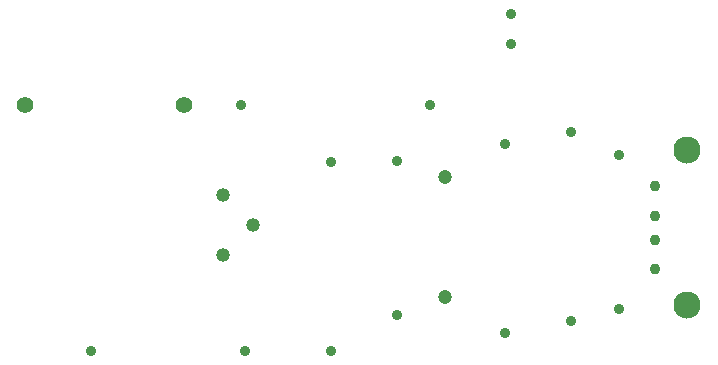
<source format=gbr>
G04 Generated by Ultiboard 13.0 *
%FSLAX25Y25*%
%MOIN*%

%ADD11C,0.03622*%
%ADD12C,0.09055*%
%ADD13C,0.03543*%
%ADD14C,0.04667*%
%ADD15C,0.04724*%
%ADD16C,0.03500*%
%ADD17C,0.05500*%


G04 ColorRGB 000000 for the following layer *
%LNDrill-Copper Top-Copper Bottom*%
%LPD*%
G54D11*
X352000Y189268D03*
X352000Y216827D03*
X352000Y206984D03*
X352000Y199110D03*
G54D12*
X362669Y177181D03*
X362669Y228913D03*
G54D13*
X324000Y234992D03*
X324000Y172000D03*
X302000Y230992D03*
X302000Y168000D03*
X244000Y224992D03*
X244000Y162000D03*
X266000Y225181D03*
X266000Y174000D03*
X340000Y227181D03*
X340000Y176000D03*
X276992Y244000D03*
X214000Y244000D03*
X215181Y162000D03*
X164000Y162000D03*
G54D14*
X218000Y204000D03*
X208000Y194000D03*
X208000Y214000D03*
G54D15*
X282000Y220000D03*
X282000Y180000D03*
G54D16*
X304000Y264442D03*
X304000Y274442D03*
G54D17*
X142000Y244000D03*
X194756Y244000D03*

M02*

</source>
